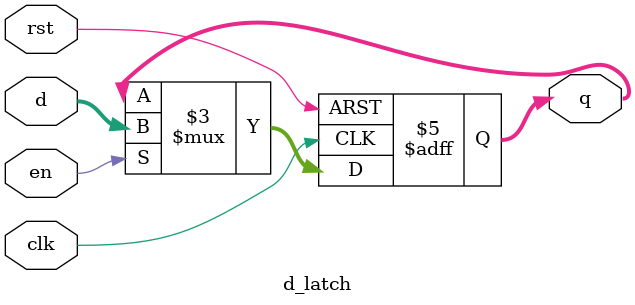
<source format=sv>
`timescale 1ns / 1ps

module d_latch#(parameter n = 8) (
    input clk,rst,en,
    input [n-1:0] d,
    output logic [n-1:0] q
    );
    
    //bh
    always @(posedge clk, negedge rst) begin
        if(~rst)
        q <= 0;
            else if(en)
            q <= d;
    end
endmodule

</source>
